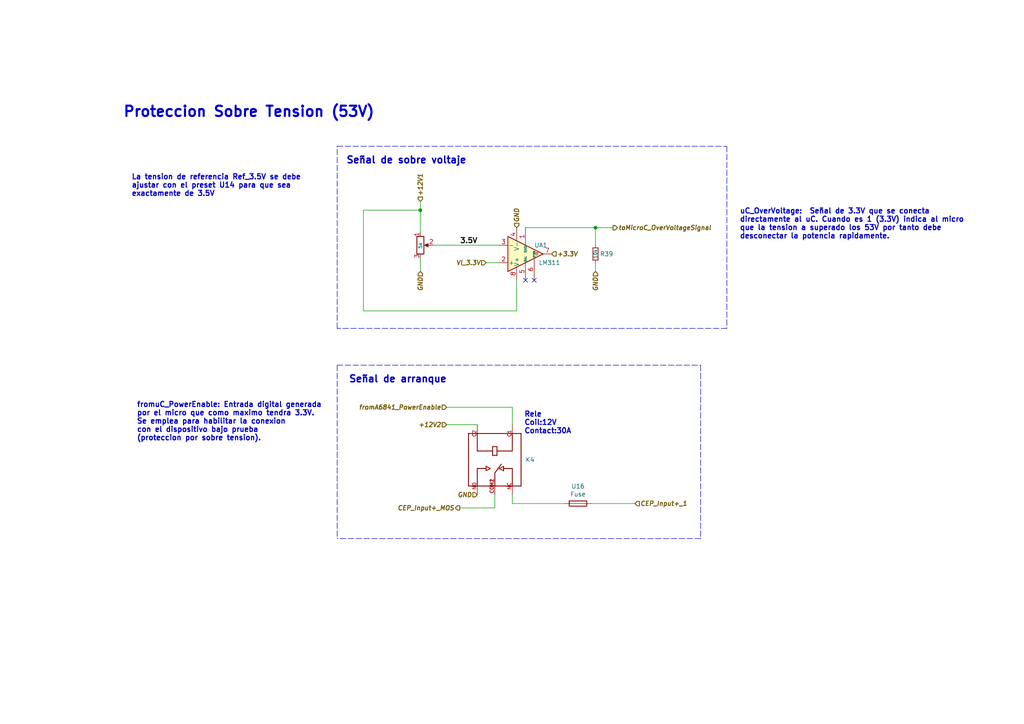
<source format=kicad_sch>
(kicad_sch (version 20211123) (generator eeschema)
  (paper "A4")
  (lib_symbols
    (symbol "CEDCp:SLA-12VDC-SL-C" (pin_names (offset 1.016) hide)
      (property "Reference" "K" (at -7.62 8.89 0))
      (property "Value" "SLA-12VDC-SL-C" (at -7.62 -10.16 0))
      (symbol "SLA-12VDC-SL-C_0_0"
        (polyline (pts (xy -7.62 -7.62) (xy 7.62 -7.62)) (stroke (width 0.254)))
        (polyline (pts (xy -7.62 -5.08) (xy -2.54 -5.08)) (stroke (width 0.254)))
        (polyline (pts (xy -7.62 5.08) (xy -2.54 5.08)) (stroke (width 0.254)))
        (polyline (pts (xy -7.62 7.62) (xy -7.62 -7.62)) (stroke (width 0.254)))
        (polyline (pts (xy -3.81 -0.635) (xy -3.81 0.635)) (stroke (width 0.254)))
        (polyline (pts (xy -3.81 0.635) (xy -2.54 0.635)) (stroke (width 0.254)))
        (polyline (pts (xy -2.54 -0.635) (xy -3.81 -0.635)) (stroke (width 0.254)))
        (polyline (pts (xy -2.54 -0.635) (xy -2.54 -5.08)) (stroke (width 0.254)))
        (polyline (pts (xy -2.54 0.635) (xy -1.27 0.635)) (stroke (width 0.254)))
        (polyline (pts (xy -2.54 5.08) (xy -2.54 0.635)) (stroke (width 0.254)))
        (polyline (pts (xy -1.27 -0.635) (xy -2.54 -0.635)) (stroke (width 0.254)))
        (polyline (pts (xy -1.27 0.635) (xy -1.27 -0.635)) (stroke (width 0.254)))
        (polyline (pts (xy 2.54 -5.08) (xy 2.54 -2.54)) (stroke (width 0.254)))
        (polyline (pts (xy 2.54 5.08) (xy 2.54 2.54)) (stroke (width 0.254)))
        (polyline (pts (xy 2.54 5.08) (xy 7.62 5.08)) (stroke (width 0.254)))
        (polyline (pts (xy 3.81 0) (xy 1.27 1.905)) (stroke (width 0.254)))
        (polyline (pts (xy 7.62 -7.62) (xy 7.62 5.08)) (stroke (width 0.254)))
        (polyline (pts (xy 7.62 -5.08) (xy 2.54 -5.08)) (stroke (width 0.254)))
        (polyline (pts (xy 7.62 0) (xy 3.81 0)) (stroke (width 0.254)))
        (polyline (pts (xy 7.62 5.08) (xy 7.62 7.62)) (stroke (width 0.254)))
        (polyline (pts (xy 7.62 7.62) (xy -7.62 7.62)) (stroke (width 0.254)))
        (polyline (pts (xy 1.905 -2.54) (xy 3.175 -2.54) (xy 2.54 -1.27) (xy 1.905 -2.54)) (stroke (width 0.254)) (fill (type background)))
        (polyline (pts (xy 3.175 2.54) (xy 1.905 2.54) (xy 2.54 1.27) (xy 3.175 2.54)) (stroke (width 0.254)) (fill (type background)))
        (pin passive line (at -10.16 5.08 0) (length 5.08) (name "~") (number "C1"))
        (pin passive line (at -10.16 -5.08 0) (length 5.08) (name "~") (number "C2"))
        (pin passive line (at 10.16 0 180) (length 5.08) (name "~") (number "COM1"))
        (pin passive line (at 10.16 0 180) (length 5.08) (name "~") (number "COM2"))
        (pin passive line (at 10.16 5.08 180) (length 5.08) (name "~") (number "NC"))
        (pin passive line (at 10.16 -5.08 180) (length 5.08) (name "~") (number "NO"))
      )
    )
    (symbol "Comparator:LM311" (pin_names (offset 0.127))
      (property "Reference" "U" (at 3.81 6.35 0))
      (property "Value" "LM311" (at 3.81 3.81 0))
      (symbol "LM311_0_1"
        (polyline (pts (xy 5.08 0) (xy -5.08 5.08) (xy -5.08 -5.08) (xy 5.08 0)) (stroke (width 0.254)) (fill (type background)))
        (polyline (pts (xy 3.683 -0.381) (xy 3.302 -0.381) (xy 3.683 0) (xy 3.302 0.381) (xy 2.921 0) (xy 3.302 -0.381) (xy 2.921 -0.381)) (stroke (width 0.127)))
      )
      (symbol "LM311_1_1"
        (pin passive line (at 0 -7.62 90) (length 5.08) (name "GND") (number "1"))
        (pin input line (at -7.62 2.54 0) (length 2.54) (name "+") (number "2"))
        (pin input line (at -7.62 -2.54 0) (length 2.54) (name "-") (number "3"))
        (pin power_in line (at -2.54 -7.62 90) (length 3.81) (name "V-") (number "4"))
        (pin input line (at 0 7.62 270) (length 5.08) (name "BAL") (number "5"))
        (pin input line (at 2.54 7.62 270) (length 6.35) (name "STRB") (number "6"))
        (pin open_collector line (at 7.62 0 180) (length 2.54) (name "~") (number "7"))
        (pin power_in line (at -2.54 7.62 270) (length 3.81) (name "V+") (number "8"))
      )
    )
    (symbol "Device:Fuse" (pin_numbers hide) (pin_names (offset 0))
      (property "Reference" "F" (at 2.032 0 90))
      (property "Value" "Fuse" (at -1.905 0 90))
      (symbol "Fuse_0_1"
        (rectangle (start -0.762 -2.54) (end 0.762 2.54) (stroke (width 0.254)))
        (polyline (pts (xy 0 2.54) (xy 0 -2.54)))
      )
      (symbol "Fuse_1_1"
        (pin passive line (at 0 3.81 270) (length 1.27) (name "~") (number "1"))
        (pin passive line (at 0 -3.81 90) (length 1.27) (name "~") (number "2"))
      )
    )
    (symbol "Device:R_Potentiometer" (pin_names (offset 1.016) hide)
      (property "Reference" "RV" (at -4.445 0 90))
      (property "Value" "R_Potentiometer" (at -2.54 0 90))
      (symbol "R_Potentiometer_0_1"
        (polyline (pts (xy 2.54 0) (xy 1.524 0)))
        (polyline (pts (xy 1.143 0) (xy 2.286 0.508) (xy 2.286 -0.508) (xy 1.143 0)) (fill (type outline)))
        (rectangle (start 1.016 2.54) (end -1.016 -2.54) (stroke (width 0.254)))
      )
      (symbol "R_Potentiometer_1_1"
        (pin passive line (at 0 3.81 270) (length 1.27) (name "1") (number "1"))
        (pin passive line (at 3.81 0 180) (length 1.27) (name "2") (number "2"))
        (pin passive line (at 0 -3.81 90) (length 1.27) (name "3") (number "3"))
      )
    )
    (symbol "Device:R_Small" (pin_numbers hide) (pin_names (offset 0.254) hide)
      (property "Reference" "R" (at 0.762 0.508 0))
      (property "Value" "R_Small" (at 0.762 -1.016 0))
      (symbol "R_Small_0_1"
        (rectangle (start -0.762 1.778) (end 0.762 -1.778) (stroke (width 0.2032)))
      )
      (symbol "R_Small_1_1"
        (pin passive line (at 0 2.54 270) (length 0.762) (name "~") (number "1"))
        (pin passive line (at 0 -2.54 90) (length 0.762) (name "~") (number "2"))
      )
    )
  )
  (junction (at 121.92 60.96))
  (junction (at 172.72 66.04))
  (no_connect (at 152.4 81.28))
  (no_connect (at 154.94 81.28))
  (wire (pts (xy 138.43 123.19) (xy 129.54 123.19)))
  (polyline (pts (xy 97.79 105.918) (xy 203.2 105.918)))
  (wire (pts (xy 172.72 66.04) (xy 177.8 66.04)))
  (polyline (pts (xy 203.2 105.918) (xy 203.2 156.21)))
  (polyline (pts (xy 203.2 156.21) (xy 97.79 156.21)))
  (wire (pts (xy 121.92 58.42) (xy 121.92 60.96)))
  (polyline (pts (xy 97.79 42.418) (xy 210.82 42.418)))
  (polyline (pts (xy 97.79 95.25) (xy 97.79 42.418)))
  (polyline (pts (xy 210.82 95.25) (xy 97.79 95.25)))
  (wire (pts (xy 121.92 60.96) (xy 121.92 67.31)))
  (wire (pts (xy 121.92 74.93) (xy 121.92 78.74)))
  (wire (pts (xy 105.41 60.96) (xy 121.92 60.96)))
  (wire (pts (xy 125.73 71.12) (xy 144.78 71.12)))
  (wire (pts (xy 148.59 118.11) (xy 148.59 123.19)))
  (wire (pts (xy 105.41 90.17) (xy 105.41 60.96)))
  (wire (pts (xy 172.72 78.74) (xy 172.72 76.2)))
  (wire (pts (xy 149.86 81.28) (xy 149.86 90.17)))
  (wire (pts (xy 143.51 143.51) (xy 143.51 147.32)))
  (wire (pts (xy 148.59 118.11) (xy 129.54 118.11)))
  (wire (pts (xy 144.78 76.2) (xy 140.97 76.2)))
  (wire (pts (xy 163.83 146.05) (xy 148.59 146.05)))
  (polyline (pts (xy 210.82 42.418) (xy 210.82 95.25)))
  (wire (pts (xy 149.86 90.17) (xy 105.41 90.17)))
  (wire (pts (xy 148.59 146.05) (xy 148.59 143.51)))
  (polyline (pts (xy 97.79 105.918) (xy 97.79 156.21)))
  (wire (pts (xy 152.4 66.04) (xy 172.72 66.04)))
  (wire (pts (xy 184.15 146.05) (xy 171.45 146.05)))
  (wire (pts (xy 172.72 66.04) (xy 172.72 71.12)))
  (wire (pts (xy 143.51 147.32) (xy 133.35 147.32)))
  (text "Señal de arranque" (at 101.092 111.252 0) (effects (font (size 2 2) bold) (justify left bottom)))
  (text "La tension de referencia Ref_3.5V se debe \najustar con el preset U14 para que sea\nexactamente de 3.5V" (at 38.1 57.15 0) (effects (font (size 1.4986 1.4986) (thickness 0.2997) bold) (justify left bottom)))
  (text "Rele\nCoil:12V\nContact:30A" (at 151.9936 125.984 0) (effects (font (size 1.4986 1.4986) (thickness 0.2997) bold) (justify left bottom)))
  (text "Proteccion Sobre Tension (53V)" (at 35.56 34.29 0) (effects (font (size 2.9972 2.9972) (thickness 0.5994) bold) (justify left bottom)))
  (text "fromuC_PowerEnable: Entrada digital generada \npor el micro que como maximo tendra 3.3V. \nSe emplea para habilitar la conexion \ncon el dispositivo bajo prueba \n(proteccion por sobre tension)." (at 39.624 128.016 0) (effects (font (size 1.4986 1.4986) (thickness 0.2997) bold) (justify left bottom)))
  (text "uC_OverVoltage:  Señal de 3.3V que se conecta \ndirectamente al uC. Cuando es 1 (3.3V) indica al micro\nque la tension a superado los 53V por tanto debe\ndesconectar la potencia rapidamente." (at 214.503 69.469 0) (effects (font (size 1.4986 1.4986) (thickness 0.2997) bold) (justify left bottom)))
  (text "Señal de sobre voltaje" (at 100.33 47.752 0) (effects (font (size 2 2) (thickness 0.4) bold) (justify left bottom)))
  (label "3.5V" (at 133.35 71.12 0) (effects (font (size 1.4986 1.4986) (thickness 0.2997) bold)))
  (hierarchical_label "GND" (shape input) (at 172.72 78.74 270) (effects (font (size 1.2954 1.2954) (thickness 0.2591) bold italic)))
  (hierarchical_label "fromA6841_PowerEnable" (shape input) (at 129.54 118.11 180) (effects (font (size 1.2954 1.2954) (thickness 0.2591) bold italic)))
  (hierarchical_label "+12V1" (shape input) (at 121.92 58.42 90) (effects (font (size 1.2954 1.2954) (thickness 0.2591) bold italic)))
  (hierarchical_label "+3.3V" (shape input) (at 160.02 73.66 0) (effects (font (size 1.2954 1.2954) (thickness 0.2591) bold italic)))
  (hierarchical_label "GND" (shape input) (at 138.43 143.51 180) (effects (font (size 1.2954 1.2954) (thickness 0.2591) bold italic)))
  (hierarchical_label "VI_3.3V" (shape input) (at 140.97 76.2 180) (effects (font (size 1.2954 1.2954) (thickness 0.2591) bold italic)))
  (hierarchical_label "GND" (shape input) (at 149.86 66.04 90) (effects (font (size 1.2954 1.2954) (thickness 0.2591) bold italic)))
  (hierarchical_label "+12V2" (shape input) (at 129.54 123.19 180) (effects (font (size 1.2954 1.2954) (thickness 0.2591) bold italic)))
  (hierarchical_label "toMicroC_OverVoltageSignal" (shape output) (at 177.8 66.04 0) (effects (font (size 1.2954 1.2954) (thickness 0.2591) bold italic)))
  (hierarchical_label "CEP_Input+_1" (shape input) (at 184.15 146.05 0) (effects (font (size 1.2954 1.2954) (thickness 0.2591) bold italic)))
  (hierarchical_label "GND" (shape input) (at 121.92 78.74 270) (effects (font (size 1.2954 1.2954) (thickness 0.2591) bold italic)))
  (hierarchical_label "CEP_Input+_MOS" (shape output) (at 133.35 147.32 180) (effects (font (size 1.2954 1.2954) (thickness 0.2591) bold italic)))
  (symbol (lib_id "Device:Fuse") (at 167.64 146.05 270) (unit 1)
    (property "Reference" "U16" (at 167.64 141.0462 90))
    (property "Value" "Fuse" (at 167.64 143.3576 90))
    (property "Footprint" "Fuse:Fuse_Littelfuse-LVR100" (effects hide))
  )
  (symbol (lib_id "Comparator:LM311") (at 152.4 73.66 0) (mirror x) (unit 1)
    (property "Reference" "UA1" (at 154.94 71.12 0) (effects (justify left)))
    (property "Value" "LM311" (at 156.21 76.2 0) (effects (justify left)))
    (property "Footprint" "CEDCp:LM311P" (effects hide))
    (property "Datasheet" "https://www.st.com/resource/en/datasheet/lm311.pdf" (effects hide))
  )
  (symbol (lib_id "CEDCp:SLA-12VDC-SL-C") (at 143.51 133.35 270) (unit 1)
    (property "Reference" "K4" (at 152.4 133.3499 90) (effects (justify left)))
    (property "Value" "SLA-12VDC-SL-C" (effects hide))
    (property "Footprint" "CEDCp:RELE_30A" (effects hide))
    (property "Datasheet" "https://www.eletropecas.com/_uploads/ProdutoDownload/produto_6842.pdf" (effects hide))
    (property "MANUFACTURER" "Songle Relay" (effects hide))
    (property "MAXIMUM_PACKAGE_HEIGHT" "20.4 mm" (effects hide))
    (property "STANDARD" "Manufacturer Recommendations" (effects hide))
  )
  (symbol (lib_id "Device:R_Potentiometer") (at 121.92 71.12 0) (unit 1)
    (property "Reference" "RV10" (effects hide))
    (property "Value" "5k" (at 121.92 70.231 90) (effects (font (size 1 1)) (justify right)))
    (property "Footprint" "CEDCp:Preset_Multivueltas_Vertical" (effects hide))
  )
  (symbol (lib_id "Device:R_Small") (at 172.72 73.66 0) (unit 1)
    (property "Reference" "R39" (at 173.99 73.66 0) (effects (justify left)))
    (property "Value" "10k" (at 172.72 75.0824 90) (effects (font (size 1 1)) (justify left)))
    (property "Footprint" "CEDCp:Resistencia_0,25W" (effects hide))
  )
)
</source>
